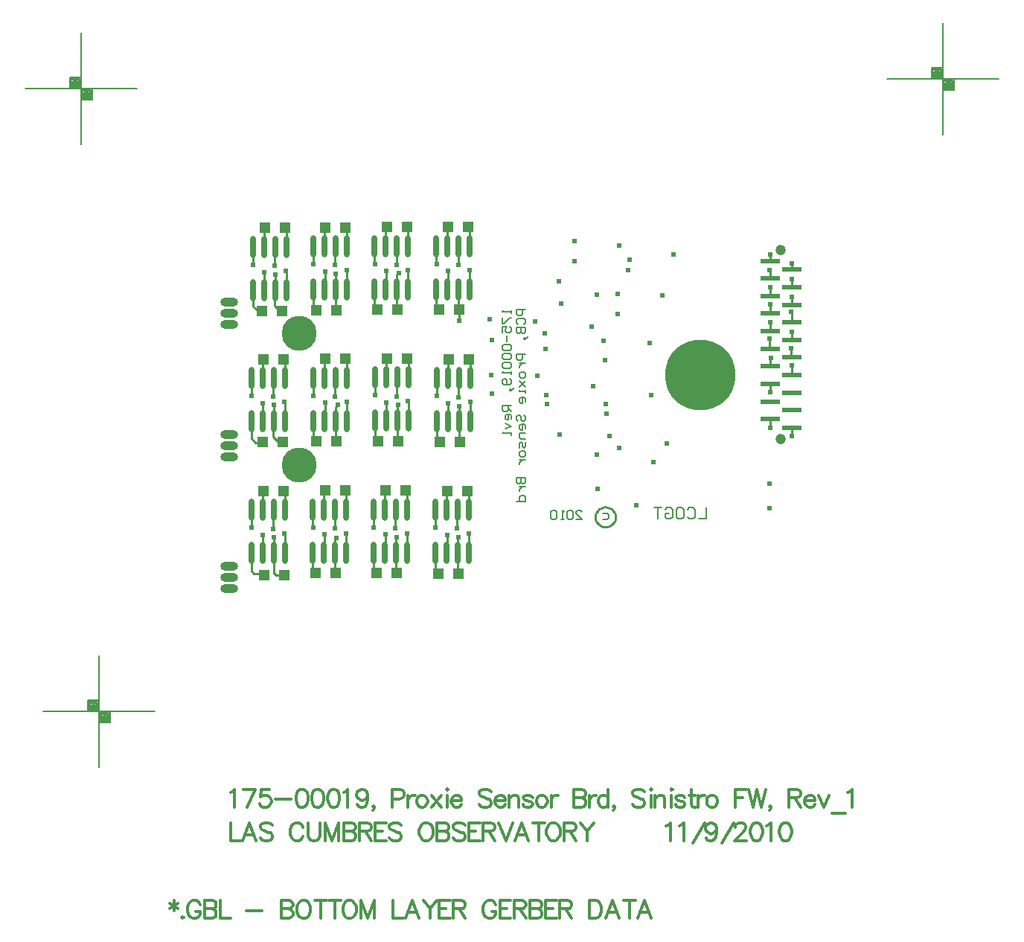
<source format=gbl>
%FSLAX23Y23*%
%MOIN*%
G70*
G01*
G75*
G04 Layer_Physical_Order=5*
G04 Layer_Color=16711680*
%ADD10R,0.135X0.070*%
%ADD11R,0.050X0.050*%
%ADD12R,0.094X0.059*%
%ADD13R,0.037X0.035*%
%ADD14R,0.037X0.035*%
%ADD15R,0.050X0.050*%
%ADD16R,0.048X0.078*%
%ADD17C,0.010*%
%ADD18C,0.012*%
%ADD19C,0.008*%
%ADD20C,0.012*%
%ADD21C,0.012*%
%ADD22C,0.157*%
%ADD23C,0.315*%
%ADD24O,0.079X0.039*%
%ADD25O,0.079X0.039*%
%ADD26C,0.047*%
%ADD27C,0.024*%
%ADD28C,0.040*%
%ADD29C,0.127*%
%ADD30C,0.170*%
G04:AMPARAMS|DCode=31|XSize=87.559mil|YSize=87.559mil|CornerRadius=0mil|HoleSize=0mil|Usage=FLASHONLY|Rotation=0.000|XOffset=0mil|YOffset=0mil|HoleType=Round|Shape=Relief|Width=10mil|Gap=10mil|Entries=4|*
%AMTHD31*
7,0,0,0.088,0.068,0.010,45*
%
%ADD31THD31*%
%ADD32C,0.068*%
%ADD33C,0.087*%
%ADD34C,0.050*%
G04:AMPARAMS|DCode=35|XSize=70mil|YSize=70mil|CornerRadius=0mil|HoleSize=0mil|Usage=FLASHONLY|Rotation=0.000|XOffset=0mil|YOffset=0mil|HoleType=Round|Shape=Relief|Width=10mil|Gap=10mil|Entries=4|*
%AMTHD35*
7,0,0,0.070,0.050,0.010,45*
%
%ADD35THD35*%
%ADD36O,0.028X0.098*%
%ADD37R,0.085X0.022*%
%ADD38C,0.006*%
D11*
X15986Y12748D02*
D03*
X15896D02*
D03*
X15937Y13118D02*
D03*
X16027D02*
D03*
X15191Y12743D02*
D03*
X15101D02*
D03*
X15115Y13114D02*
D03*
X15205D02*
D03*
X15435Y12747D02*
D03*
X15345D02*
D03*
X15386Y13117D02*
D03*
X15476D02*
D03*
X15710Y12748D02*
D03*
X15620D02*
D03*
X15661Y13118D02*
D03*
X15751D02*
D03*
X15196Y12155D02*
D03*
X15106D02*
D03*
X15108Y12527D02*
D03*
X15198D02*
D03*
X15435Y12158D02*
D03*
X15345D02*
D03*
X15386Y12528D02*
D03*
X15476D02*
D03*
X15711Y12159D02*
D03*
X15621D02*
D03*
X15662Y12529D02*
D03*
X15752D02*
D03*
X15988Y12156D02*
D03*
X15898D02*
D03*
X15939Y12526D02*
D03*
X16029D02*
D03*
X15201Y11558D02*
D03*
X15111D02*
D03*
X15108Y11936D02*
D03*
X15198D02*
D03*
X15433Y11568D02*
D03*
X15343D02*
D03*
X15384Y11938D02*
D03*
X15474D02*
D03*
X15705Y11568D02*
D03*
X15615D02*
D03*
X15656Y11938D02*
D03*
X15746D02*
D03*
X15982Y11567D02*
D03*
X15892D02*
D03*
X15933Y11937D02*
D03*
X16023D02*
D03*
D17*
X16685Y11819D02*
X16684Y11829D01*
X16681Y11838D01*
X16675Y11847D01*
X16668Y11854D01*
X16660Y11859D01*
X16650Y11862D01*
X16640Y11864D01*
X16630Y11862D01*
X16621Y11859D01*
X16612Y11854D01*
X16605Y11847D01*
X16600Y11838D01*
X16596Y11829D01*
X16595Y11819D01*
X16596Y11809D01*
X16600Y11799D01*
X16605Y11791D01*
X16612Y11784D01*
X16621Y11778D01*
X16630Y11775D01*
X16640Y11774D01*
X16650Y11775D01*
X16660Y11778D01*
X16668Y11784D01*
X16675Y11791D01*
X16681Y11799D01*
X16684Y11809D01*
X16685Y11819D01*
X15707Y12904D02*
X15714Y12911D01*
X15707Y12840D02*
Y12904D01*
Y12751D02*
Y12840D01*
Y12751D02*
X15710Y12748D01*
X17378Y12382D02*
Y12416D01*
Y12382D02*
X17380Y12380D01*
X17474Y12455D02*
Y12499D01*
X17473Y12500D02*
X17474Y12499D01*
X17378Y12495D02*
Y12529D01*
X17381Y12532D01*
X17472Y12536D02*
X17474Y12534D01*
X17472Y12536D02*
Y12574D01*
X17377Y12574D02*
X17378Y12573D01*
X17377Y12574D02*
Y12619D01*
X17474Y12613D02*
X17477Y12615D01*
Y12650D01*
X17378Y12652D02*
X17378Y12652D01*
Y12691D01*
X17474Y12691D02*
Y12737D01*
X17473Y12738D02*
X17474Y12737D01*
X17378Y12772D02*
X17378Y12772D01*
X17378Y12731D02*
Y12772D01*
X17474Y12805D02*
X17474Y12805D01*
Y12770D02*
Y12805D01*
X15979Y11728D02*
X15981Y11730D01*
X15979Y11659D02*
Y11728D01*
X15702Y11727D02*
X15704Y11729D01*
X15702Y11660D02*
Y11727D01*
X15430Y11721D02*
X15434Y11725D01*
X15430Y11660D02*
Y11721D01*
X15154Y11729D02*
X15154Y11729D01*
Y11658D02*
Y11729D01*
X15985Y12314D02*
X15986Y12315D01*
X15985Y12248D02*
Y12314D01*
X15708Y12320D02*
X15711Y12323D01*
X15708Y12251D02*
Y12320D01*
X15432Y12312D02*
X15443Y12323D01*
X15432Y12250D02*
Y12312D01*
X15154Y12249D02*
X15155Y12250D01*
X15153Y12248D02*
X15154Y12249D01*
X15155Y12250D02*
Y12321D01*
X17378Y12846D02*
X17380Y12848D01*
X17378Y12810D02*
Y12846D01*
X17474Y12883D02*
X17475Y12884D01*
X17474Y12849D02*
Y12883D01*
X15984Y12750D02*
X15986Y12748D01*
X15984Y12698D02*
Y12750D01*
X15983Y12751D02*
X15984Y12750D01*
X17378Y12888D02*
Y12923D01*
X17377Y12924D02*
X17378Y12923D01*
X15432Y12909D02*
X15433Y12910D01*
X15432Y12839D02*
Y12909D01*
X15161Y12836D02*
X15162Y12837D01*
Y12907D01*
X17474Y12956D02*
X17474Y12956D01*
Y12928D02*
Y12956D01*
X17378Y12997D02*
X17378Y12997D01*
X17378Y12967D02*
Y12997D01*
X17375Y12215D02*
X17378Y12218D01*
Y12258D01*
X17474Y12182D02*
X17478Y12178D01*
X17474Y12182D02*
Y12219D01*
X15883Y12954D02*
X15884Y12953D01*
X15883Y12954D02*
Y13033D01*
X16033Y12840D02*
Y12926D01*
X16032Y12927D02*
X16033Y12926D01*
X15981Y13031D02*
X15983Y13033D01*
X15981Y12949D02*
Y13031D01*
X15933Y12840D02*
X15935Y12842D01*
Y12921D01*
X15883Y12761D02*
X15896Y12748D01*
X15883Y12761D02*
Y12840D01*
X15983Y12751D02*
Y12840D01*
X16027Y13118D02*
X16033Y13112D01*
Y13033D02*
Y13112D01*
X15933Y13114D02*
X15937Y13118D01*
X15933Y13033D02*
Y13114D01*
X15113Y12838D02*
Y12917D01*
X15211Y12836D02*
Y12922D01*
X15210Y12923D02*
X15211Y12922D01*
X15159Y12945D02*
Y13027D01*
X15111Y13029D02*
Y13110D01*
X15115Y13114D01*
X15211Y13029D02*
Y13108D01*
X15205Y13114D02*
X15211Y13108D01*
X15111Y12836D02*
X15113Y12838D01*
X15159Y13027D02*
X15161Y13029D01*
X15061Y12950D02*
X15062Y12949D01*
X15061Y12950D02*
Y13029D01*
X15384Y12841D02*
Y12920D01*
X15432Y12750D02*
Y12839D01*
Y12750D02*
X15435Y12747D01*
X15332Y12760D02*
X15345Y12747D01*
X15332Y12760D02*
Y12839D01*
X15482D02*
Y12925D01*
X15481Y12926D02*
X15482Y12925D01*
X15430Y12948D02*
Y13030D01*
X15382Y13032D02*
Y13113D01*
X15386Y13117D01*
X15482Y13032D02*
Y13111D01*
X15476Y13117D02*
X15482Y13111D01*
X15382Y12839D02*
X15384Y12841D01*
X15430Y13030D02*
X15432Y13032D01*
X15332Y12953D02*
X15333Y12952D01*
X15332Y12953D02*
Y13032D01*
X15659Y12842D02*
Y12921D01*
X15607Y12761D02*
X15620Y12748D01*
X15607Y12761D02*
Y12840D01*
X15757D02*
Y12926D01*
X15756Y12927D02*
X15757Y12926D01*
X15705Y12949D02*
Y13031D01*
X15657Y13033D02*
Y13114D01*
X15661Y13118D01*
X15757Y13033D02*
Y13112D01*
X15751Y13118D02*
X15757Y13112D01*
X15657Y12840D02*
X15659Y12842D01*
X15705Y13031D02*
X15707Y13033D01*
X15607Y12954D02*
X15608Y12953D01*
X15607Y12954D02*
Y13033D01*
X15106Y12251D02*
Y12330D01*
X15204Y12249D02*
Y12335D01*
X15203Y12336D02*
X15204Y12335D01*
X15152Y12358D02*
Y12440D01*
X15104Y12442D02*
Y12523D01*
X15108Y12527D01*
X15204Y12442D02*
Y12521D01*
X15198Y12527D02*
X15204Y12521D01*
X15104Y12249D02*
X15106Y12251D01*
X15152Y12440D02*
X15154Y12442D01*
X15054Y12363D02*
X15055Y12362D01*
X15054Y12363D02*
Y12442D01*
X15384Y12252D02*
Y12331D01*
X15432Y12161D02*
Y12250D01*
Y12161D02*
X15435Y12158D01*
X15332Y12171D02*
X15345Y12158D01*
X15332Y12171D02*
Y12250D01*
X15482D02*
Y12336D01*
X15481Y12337D02*
X15482Y12336D01*
X15430Y12359D02*
Y12441D01*
X15382Y12443D02*
Y12524D01*
X15386Y12528D01*
X15482Y12443D02*
Y12522D01*
X15476Y12528D02*
X15482Y12522D01*
X15382Y12250D02*
X15384Y12252D01*
X15430Y12441D02*
X15432Y12443D01*
X15332Y12364D02*
X15333Y12363D01*
X15332Y12364D02*
Y12443D01*
X15660Y12253D02*
Y12332D01*
X15708Y12162D02*
Y12251D01*
Y12162D02*
X15711Y12159D01*
X15608Y12172D02*
X15621Y12159D01*
X15608Y12172D02*
Y12251D01*
X15758D02*
Y12337D01*
X15757Y12338D02*
X15758Y12337D01*
X15706Y12360D02*
Y12442D01*
X15658Y12444D02*
Y12525D01*
X15662Y12529D01*
X15758Y12444D02*
Y12523D01*
X15752Y12529D02*
X15758Y12523D01*
X15658Y12251D02*
X15660Y12253D01*
X15706Y12442D02*
X15708Y12444D01*
X15608Y12365D02*
X15609Y12364D01*
X15608Y12365D02*
Y12444D01*
X15937Y12250D02*
Y12329D01*
X15985Y12159D02*
Y12248D01*
Y12159D02*
X15988Y12156D01*
X15885Y12169D02*
X15898Y12156D01*
X15885Y12169D02*
Y12248D01*
X16035D02*
Y12334D01*
X16034Y12335D02*
X16035Y12334D01*
X15983Y12357D02*
Y12439D01*
X15935Y12441D02*
Y12522D01*
X15939Y12526D01*
X16035Y12441D02*
Y12520D01*
X16029Y12526D02*
X16035Y12520D01*
X15935Y12248D02*
X15937Y12250D01*
X15983Y12439D02*
X15985Y12441D01*
X15885Y12362D02*
X15886Y12361D01*
X15885Y12362D02*
Y12441D01*
X15106Y11660D02*
Y11739D01*
X15154Y11569D02*
Y11658D01*
Y11569D02*
X15157Y11566D01*
X15054Y11579D02*
X15067Y11566D01*
X15054Y11579D02*
Y11658D01*
X15204D02*
Y11744D01*
X15203Y11745D02*
X15204Y11744D01*
X15152Y11767D02*
Y11849D01*
X15104Y11851D02*
Y11932D01*
X15108Y11936D01*
X15204Y11851D02*
Y11930D01*
X15198Y11936D02*
X15204Y11930D01*
X15104Y11658D02*
X15106Y11660D01*
X15152Y11849D02*
X15154Y11851D01*
X15054Y11772D02*
X15055Y11771D01*
X15054Y11772D02*
Y11851D01*
X15382Y11662D02*
Y11741D01*
X15430Y11570D02*
Y11660D01*
Y11570D02*
X15433Y11568D01*
X15330Y11580D02*
X15343Y11568D01*
X15330Y11580D02*
Y11660D01*
X15480D02*
Y11745D01*
X15479Y11747D02*
X15480Y11745D01*
X15428Y11769D02*
Y11851D01*
X15380Y11853D02*
Y11934D01*
X15384Y11938D01*
X15480Y11853D02*
Y11931D01*
X15474Y11938D02*
X15480Y11931D01*
X15380Y11660D02*
X15382Y11662D01*
X15428Y11851D02*
X15430Y11853D01*
X15330Y11773D02*
X15331Y11773D01*
X15330Y11773D02*
Y11853D01*
X15654Y11662D02*
Y11741D01*
X15702Y11571D02*
Y11660D01*
Y11571D02*
X15705Y11568D01*
X15602Y11581D02*
X15615Y11568D01*
X15602Y11581D02*
Y11660D01*
X15752D02*
Y11746D01*
X15751Y11747D02*
X15752Y11746D01*
X15700Y11769D02*
Y11851D01*
X15652Y11853D02*
Y11934D01*
X15656Y11938D01*
X15752Y11853D02*
Y11932D01*
X15746Y11938D02*
X15752Y11932D01*
X15652Y11660D02*
X15654Y11662D01*
X15700Y11851D02*
X15702Y11853D01*
X15602Y11774D02*
X15603Y11773D01*
X15602Y11774D02*
Y11853D01*
X15931Y11661D02*
Y11740D01*
X15979Y11570D02*
Y11659D01*
Y11570D02*
X15982Y11567D01*
X15879Y11580D02*
X15892Y11567D01*
X15879Y11580D02*
Y11659D01*
X16029D02*
Y11745D01*
X16028Y11746D02*
X16029Y11745D01*
X15977Y11768D02*
Y11850D01*
X15929Y11852D02*
Y11933D01*
X15933Y11937D01*
X16029Y11852D02*
Y11931D01*
X16023Y11937D02*
X16029Y11931D01*
X15929Y11659D02*
X15931Y11661D01*
X15977Y11850D02*
X15979Y11852D01*
X15879Y11773D02*
X15880Y11772D01*
X15879Y11773D02*
Y11852D01*
X15067Y11566D02*
X15103D01*
X15111Y11558D01*
X15165D02*
X15201D01*
X15154Y11569D02*
X15165Y11558D01*
X15180Y12153D02*
X15196D01*
X15153Y12180D02*
X15180Y12153D01*
X15153Y12180D02*
Y12248D01*
X15072Y12153D02*
X15106D01*
X15054Y12171D02*
Y12249D01*
Y12171D02*
X15072Y12153D01*
X15183Y12743D02*
X15191D01*
X15160Y12766D02*
X15183Y12743D01*
X15160Y12766D02*
Y12835D01*
X15161Y12836D01*
X15083Y12743D02*
X15101D01*
X15061Y12765D02*
X15083Y12743D01*
X15061Y12765D02*
Y12836D01*
X15061Y12836D01*
D18*
X14708Y10102D02*
Y10056D01*
X14689Y10090D02*
X14727Y10067D01*
Y10090D02*
X14689Y10067D01*
X14747Y10029D02*
X14743Y10026D01*
X14747Y10022D01*
X14751Y10026D01*
X14747Y10029D01*
X14826Y10083D02*
X14822Y10090D01*
X14814Y10098D01*
X14807Y10102D01*
X14791D01*
X14784Y10098D01*
X14776Y10090D01*
X14772Y10083D01*
X14769Y10071D01*
Y10052D01*
X14772Y10041D01*
X14776Y10033D01*
X14784Y10026D01*
X14791Y10022D01*
X14807D01*
X14814Y10026D01*
X14822Y10033D01*
X14826Y10041D01*
Y10052D01*
X14807D02*
X14826D01*
X14844Y10102D02*
Y10022D01*
Y10102D02*
X14878D01*
X14890Y10098D01*
X14894Y10094D01*
X14897Y10086D01*
Y10079D01*
X14894Y10071D01*
X14890Y10067D01*
X14878Y10064D01*
X14844D02*
X14878D01*
X14890Y10060D01*
X14894Y10056D01*
X14897Y10048D01*
Y10037D01*
X14894Y10029D01*
X14890Y10026D01*
X14878Y10022D01*
X14844D01*
X14915Y10102D02*
Y10022D01*
X14961D01*
X15033Y10056D02*
X15101D01*
X15188Y10102D02*
Y10022D01*
Y10102D02*
X15222D01*
X15233Y10098D01*
X15237Y10094D01*
X15241Y10086D01*
Y10079D01*
X15237Y10071D01*
X15233Y10067D01*
X15222Y10064D01*
X15188D02*
X15222D01*
X15233Y10060D01*
X15237Y10056D01*
X15241Y10048D01*
Y10037D01*
X15237Y10029D01*
X15233Y10026D01*
X15222Y10022D01*
X15188D01*
X15282Y10102D02*
X15274Y10098D01*
X15266Y10090D01*
X15263Y10083D01*
X15259Y10071D01*
Y10052D01*
X15263Y10041D01*
X15266Y10033D01*
X15274Y10026D01*
X15282Y10022D01*
X15297D01*
X15304Y10026D01*
X15312Y10033D01*
X15316Y10041D01*
X15320Y10052D01*
Y10071D01*
X15316Y10083D01*
X15312Y10090D01*
X15304Y10098D01*
X15297Y10102D01*
X15282D01*
X15365D02*
Y10022D01*
X15338Y10102D02*
X15392D01*
X15428D02*
Y10022D01*
X15401Y10102D02*
X15455D01*
X15487D02*
X15479Y10098D01*
X15472Y10090D01*
X15468Y10083D01*
X15464Y10071D01*
Y10052D01*
X15468Y10041D01*
X15472Y10033D01*
X15479Y10026D01*
X15487Y10022D01*
X15502D01*
X15510Y10026D01*
X15517Y10033D01*
X15521Y10041D01*
X15525Y10052D01*
Y10071D01*
X15521Y10083D01*
X15517Y10090D01*
X15510Y10098D01*
X15502Y10102D01*
X15487D01*
X15544D02*
Y10022D01*
Y10102D02*
X15574Y10022D01*
X15605Y10102D02*
X15574Y10022D01*
X15605Y10102D02*
Y10022D01*
X15690Y10102D02*
Y10022D01*
X15736D01*
X15806D02*
X15775Y10102D01*
X15745Y10022D01*
X15756Y10048D02*
X15794D01*
X15824Y10102D02*
X15855Y10064D01*
Y10022D01*
X15885Y10102D02*
X15855Y10064D01*
X15945Y10102D02*
X15896D01*
Y10022D01*
X15945D01*
X15896Y10064D02*
X15926D01*
X15958Y10102D02*
Y10022D01*
Y10102D02*
X15993D01*
X16004Y10098D01*
X16008Y10094D01*
X16012Y10086D01*
Y10079D01*
X16008Y10071D01*
X16004Y10067D01*
X15993Y10064D01*
X15958D01*
X15985D02*
X16012Y10022D01*
X16150Y10083D02*
X16146Y10090D01*
X16138Y10098D01*
X16131Y10102D01*
X16115D01*
X16108Y10098D01*
X16100Y10090D01*
X16096Y10083D01*
X16093Y10071D01*
Y10052D01*
X16096Y10041D01*
X16100Y10033D01*
X16108Y10026D01*
X16115Y10022D01*
X16131D01*
X16138Y10026D01*
X16146Y10033D01*
X16150Y10041D01*
Y10052D01*
X16131D02*
X16150D01*
X16217Y10102D02*
X16168D01*
Y10022D01*
X16217D01*
X16168Y10064D02*
X16198D01*
X16231Y10102D02*
Y10022D01*
Y10102D02*
X16265D01*
X16276Y10098D01*
X16280Y10094D01*
X16284Y10086D01*
Y10079D01*
X16280Y10071D01*
X16276Y10067D01*
X16265Y10064D01*
X16231D01*
X16257D02*
X16284Y10022D01*
X16302Y10102D02*
Y10022D01*
Y10102D02*
X16336D01*
X16348Y10098D01*
X16351Y10094D01*
X16355Y10086D01*
Y10079D01*
X16351Y10071D01*
X16348Y10067D01*
X16336Y10064D01*
X16302D02*
X16336D01*
X16348Y10060D01*
X16351Y10056D01*
X16355Y10048D01*
Y10037D01*
X16351Y10029D01*
X16348Y10026D01*
X16336Y10022D01*
X16302D01*
X16423Y10102D02*
X16373D01*
Y10022D01*
X16423D01*
X16373Y10064D02*
X16404D01*
X16436Y10102D02*
Y10022D01*
Y10102D02*
X16470D01*
X16482Y10098D01*
X16486Y10094D01*
X16489Y10086D01*
Y10079D01*
X16486Y10071D01*
X16482Y10067D01*
X16470Y10064D01*
X16436D01*
X16463D02*
X16489Y10022D01*
X16570Y10102D02*
Y10022D01*
Y10102D02*
X16597D01*
X16608Y10098D01*
X16616Y10090D01*
X16620Y10083D01*
X16623Y10071D01*
Y10052D01*
X16620Y10041D01*
X16616Y10033D01*
X16608Y10026D01*
X16597Y10022D01*
X16570D01*
X16702D02*
X16672Y10102D01*
X16641Y10022D01*
X16653Y10048D02*
X16691D01*
X16748Y10102D02*
Y10022D01*
X16721Y10102D02*
X16774D01*
X16845Y10022D02*
X16814Y10102D01*
X16784Y10022D01*
X16795Y10048D02*
X16833D01*
D19*
X17091Y11862D02*
Y11812D01*
X17058D01*
X17008Y11853D02*
X17016Y11862D01*
X17033D01*
X17041Y11853D01*
Y11820D01*
X17033Y11812D01*
X17016D01*
X17008Y11820D01*
X16966Y11862D02*
X16983D01*
X16991Y11853D01*
Y11820D01*
X16983Y11812D01*
X16966D01*
X16958Y11820D01*
Y11853D01*
X16966Y11862D01*
X16908Y11853D02*
X16916Y11862D01*
X16933D01*
X16941Y11853D01*
Y11820D01*
X16933Y11812D01*
X16916D01*
X16908Y11820D01*
Y11837D01*
X16925D01*
X16891Y11862D02*
X16858D01*
X16875D01*
Y11812D01*
X14123Y10950D02*
X14623D01*
X14373Y10700D02*
Y11200D01*
X14323Y10950D02*
Y11000D01*
X14373D01*
X14423Y10900D02*
Y10950D01*
X14373Y10900D02*
X14423D01*
X14378Y10945D02*
X14418D01*
Y10905D02*
Y10945D01*
X14378Y10905D02*
X14418D01*
X14378D02*
Y10945D01*
X14383Y10940D02*
X14413D01*
Y10910D02*
Y10940D01*
X14383Y10910D02*
X14413D01*
X14383D02*
Y10935D01*
X14388D02*
X14408D01*
Y10915D02*
Y10935D01*
X14388Y10915D02*
X14408D01*
X14388D02*
Y10930D01*
X14393D02*
X14403D01*
Y10920D02*
Y10930D01*
X14393Y10920D02*
X14403D01*
X14393D02*
Y10930D01*
Y10925D02*
X14403D01*
X14328Y10995D02*
X14368D01*
Y10955D02*
Y10995D01*
X14328Y10955D02*
X14368D01*
X14328D02*
Y10995D01*
X14333Y10990D02*
X14363D01*
Y10960D02*
Y10990D01*
X14333Y10960D02*
X14363D01*
X14333D02*
Y10985D01*
X14338D02*
X14358D01*
Y10965D02*
Y10985D01*
X14338Y10965D02*
X14358D01*
X14338D02*
Y10980D01*
X14343D02*
X14353D01*
Y10970D02*
Y10980D01*
X14343Y10970D02*
X14353D01*
X14343D02*
Y10980D01*
Y10975D02*
X14353D01*
X17902Y13781D02*
X18402D01*
X18152Y13531D02*
Y14031D01*
X18102Y13781D02*
Y13831D01*
X18152D01*
X18202Y13731D02*
Y13781D01*
X18152Y13731D02*
X18202D01*
X18157Y13776D02*
X18197D01*
Y13736D02*
Y13776D01*
X18157Y13736D02*
X18197D01*
X18157D02*
Y13776D01*
X18162Y13771D02*
X18192D01*
Y13741D02*
Y13771D01*
X18162Y13741D02*
X18192D01*
X18162D02*
Y13766D01*
X18167D02*
X18187D01*
Y13746D02*
Y13766D01*
X18167Y13746D02*
X18187D01*
X18167D02*
Y13761D01*
X18172D02*
X18182D01*
Y13751D02*
Y13761D01*
X18172Y13751D02*
X18182D01*
X18172D02*
Y13761D01*
Y13756D02*
X18182D01*
X18107Y13826D02*
X18147D01*
Y13786D02*
Y13826D01*
X18107Y13786D02*
X18147D01*
X18107D02*
Y13826D01*
X18112Y13821D02*
X18142D01*
Y13791D02*
Y13821D01*
X18112Y13791D02*
X18142D01*
X18112D02*
Y13816D01*
X18117D02*
X18137D01*
Y13796D02*
Y13816D01*
X18117Y13796D02*
X18137D01*
X18117D02*
Y13811D01*
X18122D02*
X18132D01*
Y13801D02*
Y13811D01*
X18122Y13801D02*
X18132D01*
X18122D02*
Y13811D01*
Y13806D02*
X18132D01*
X14042Y13738D02*
X14542D01*
X14292Y13488D02*
Y13988D01*
X14242Y13738D02*
Y13788D01*
X14292D01*
X14342Y13688D02*
Y13738D01*
X14292Y13688D02*
X14342D01*
X14297Y13733D02*
X14337D01*
Y13693D02*
Y13733D01*
X14297Y13693D02*
X14337D01*
X14297D02*
Y13733D01*
X14302Y13728D02*
X14332D01*
Y13698D02*
Y13728D01*
X14302Y13698D02*
X14332D01*
X14302D02*
Y13723D01*
X14307D02*
X14327D01*
Y13703D02*
Y13723D01*
X14307Y13703D02*
X14327D01*
X14307D02*
Y13718D01*
X14312D02*
X14322D01*
Y13708D02*
Y13718D01*
X14312Y13708D02*
X14322D01*
X14312D02*
Y13718D01*
Y13713D02*
X14322D01*
X14247Y13783D02*
X14287D01*
Y13743D02*
Y13783D01*
X14247Y13743D02*
X14287D01*
X14247D02*
Y13783D01*
X14252Y13778D02*
X14282D01*
Y13748D02*
Y13778D01*
X14252Y13748D02*
X14282D01*
X14252D02*
Y13773D01*
X14257D02*
X14277D01*
Y13753D02*
Y13773D01*
X14257Y13753D02*
X14277D01*
X14257D02*
Y13768D01*
X14262D02*
X14272D01*
Y13758D02*
Y13768D01*
X14262Y13758D02*
X14272D01*
X14262D02*
Y13768D01*
Y13763D02*
X14272D01*
D20*
X14961Y10449D02*
Y10369D01*
X15007D01*
X15076D02*
X15046Y10449D01*
X15015Y10369D01*
X15027Y10396D02*
X15065D01*
X15148Y10438D02*
X15141Y10445D01*
X15129Y10449D01*
X15114D01*
X15103Y10445D01*
X15095Y10438D01*
Y10430D01*
X15099Y10423D01*
X15103Y10419D01*
X15110Y10415D01*
X15133Y10407D01*
X15141Y10404D01*
X15145Y10400D01*
X15148Y10392D01*
Y10381D01*
X15141Y10373D01*
X15129Y10369D01*
X15114D01*
X15103Y10373D01*
X15095Y10381D01*
X15286Y10430D02*
X15282Y10438D01*
X15275Y10445D01*
X15267Y10449D01*
X15252D01*
X15244Y10445D01*
X15237Y10438D01*
X15233Y10430D01*
X15229Y10419D01*
Y10400D01*
X15233Y10388D01*
X15237Y10381D01*
X15244Y10373D01*
X15252Y10369D01*
X15267D01*
X15275Y10373D01*
X15282Y10381D01*
X15286Y10388D01*
X15309Y10449D02*
Y10392D01*
X15313Y10381D01*
X15320Y10373D01*
X15332Y10369D01*
X15339D01*
X15351Y10373D01*
X15358Y10381D01*
X15362Y10392D01*
Y10449D01*
X15384D02*
Y10369D01*
Y10449D02*
X15415Y10369D01*
X15445Y10449D02*
X15415Y10369D01*
X15445Y10449D02*
Y10369D01*
X15468Y10449D02*
Y10369D01*
Y10449D02*
X15502D01*
X15514Y10445D01*
X15517Y10442D01*
X15521Y10434D01*
Y10426D01*
X15517Y10419D01*
X15514Y10415D01*
X15502Y10411D01*
X15468D02*
X15502D01*
X15514Y10407D01*
X15517Y10404D01*
X15521Y10396D01*
Y10385D01*
X15517Y10377D01*
X15514Y10373D01*
X15502Y10369D01*
X15468D01*
X15539Y10449D02*
Y10369D01*
Y10449D02*
X15573D01*
X15585Y10445D01*
X15589Y10442D01*
X15593Y10434D01*
Y10426D01*
X15589Y10419D01*
X15585Y10415D01*
X15573Y10411D01*
X15539D01*
X15566D02*
X15593Y10369D01*
X15660Y10449D02*
X15610D01*
Y10369D01*
X15660D01*
X15610Y10411D02*
X15641D01*
X15727Y10438D02*
X15719Y10445D01*
X15708Y10449D01*
X15692D01*
X15681Y10445D01*
X15673Y10438D01*
Y10430D01*
X15677Y10423D01*
X15681Y10419D01*
X15688Y10415D01*
X15711Y10407D01*
X15719Y10404D01*
X15723Y10400D01*
X15727Y10392D01*
Y10381D01*
X15719Y10373D01*
X15708Y10369D01*
X15692D01*
X15681Y10373D01*
X15673Y10381D01*
X15830Y10449D02*
X15823Y10445D01*
X15815Y10438D01*
X15811Y10430D01*
X15807Y10419D01*
Y10400D01*
X15811Y10388D01*
X15815Y10381D01*
X15823Y10373D01*
X15830Y10369D01*
X15845D01*
X15853Y10373D01*
X15861Y10381D01*
X15864Y10388D01*
X15868Y10400D01*
Y10419D01*
X15864Y10430D01*
X15861Y10438D01*
X15853Y10445D01*
X15845Y10449D01*
X15830D01*
X15887D02*
Y10369D01*
Y10449D02*
X15921D01*
X15933Y10445D01*
X15936Y10442D01*
X15940Y10434D01*
Y10426D01*
X15936Y10419D01*
X15933Y10415D01*
X15921Y10411D01*
X15887D02*
X15921D01*
X15933Y10407D01*
X15936Y10404D01*
X15940Y10396D01*
Y10385D01*
X15936Y10377D01*
X15933Y10373D01*
X15921Y10369D01*
X15887D01*
X16011Y10438D02*
X16004Y10445D01*
X15992Y10449D01*
X15977D01*
X15966Y10445D01*
X15958Y10438D01*
Y10430D01*
X15962Y10423D01*
X15966Y10419D01*
X15973Y10415D01*
X15996Y10407D01*
X16004Y10404D01*
X16008Y10400D01*
X16011Y10392D01*
Y10381D01*
X16004Y10373D01*
X15992Y10369D01*
X15977D01*
X15966Y10373D01*
X15958Y10381D01*
X16079Y10449D02*
X16029D01*
Y10369D01*
X16079D01*
X16029Y10411D02*
X16060D01*
X16092Y10449D02*
Y10369D01*
Y10449D02*
X16126D01*
X16138Y10445D01*
X16142Y10442D01*
X16146Y10434D01*
Y10426D01*
X16142Y10419D01*
X16138Y10415D01*
X16126Y10411D01*
X16092D01*
X16119D02*
X16146Y10369D01*
X16163Y10449D02*
X16194Y10369D01*
X16224Y10449D02*
X16194Y10369D01*
X16296D02*
X16265Y10449D01*
X16235Y10369D01*
X16246Y10396D02*
X16284D01*
X16341Y10449D02*
Y10369D01*
X16314Y10449D02*
X16368D01*
X16400D02*
X16392Y10445D01*
X16385Y10438D01*
X16381Y10430D01*
X16377Y10419D01*
Y10400D01*
X16381Y10388D01*
X16385Y10381D01*
X16392Y10373D01*
X16400Y10369D01*
X16415D01*
X16423Y10373D01*
X16430Y10381D01*
X16434Y10388D01*
X16438Y10400D01*
Y10419D01*
X16434Y10430D01*
X16430Y10438D01*
X16423Y10445D01*
X16415Y10449D01*
X16400D01*
X16457D02*
Y10369D01*
Y10449D02*
X16491D01*
X16502Y10445D01*
X16506Y10442D01*
X16510Y10434D01*
Y10426D01*
X16506Y10419D01*
X16502Y10415D01*
X16491Y10411D01*
X16457D01*
X16483D02*
X16510Y10369D01*
X16528Y10449D02*
X16558Y10411D01*
Y10369D01*
X16589Y10449D02*
X16558Y10411D01*
X16913Y10434D02*
X16921Y10438D01*
X16932Y10449D01*
Y10369D01*
X16972Y10434D02*
X16980Y10438D01*
X16991Y10449D01*
Y10369D01*
X17031Y10358D02*
X17084Y10449D01*
X17139Y10423D02*
X17135Y10411D01*
X17127Y10404D01*
X17116Y10400D01*
X17112D01*
X17101Y10404D01*
X17093Y10411D01*
X17089Y10423D01*
Y10426D01*
X17093Y10438D01*
X17101Y10445D01*
X17112Y10449D01*
X17116D01*
X17127Y10445D01*
X17135Y10438D01*
X17139Y10423D01*
Y10404D01*
X17135Y10385D01*
X17127Y10373D01*
X17116Y10369D01*
X17108D01*
X17097Y10373D01*
X17093Y10381D01*
X17161Y10358D02*
X17214Y10449D01*
X17223Y10430D02*
Y10434D01*
X17227Y10442D01*
X17231Y10445D01*
X17238Y10449D01*
X17253D01*
X17261Y10445D01*
X17265Y10442D01*
X17269Y10434D01*
Y10426D01*
X17265Y10419D01*
X17257Y10407D01*
X17219Y10369D01*
X17273D01*
X17313Y10449D02*
X17302Y10445D01*
X17294Y10434D01*
X17290Y10415D01*
Y10404D01*
X17294Y10385D01*
X17302Y10373D01*
X17313Y10369D01*
X17321D01*
X17332Y10373D01*
X17340Y10385D01*
X17344Y10404D01*
Y10415D01*
X17340Y10434D01*
X17332Y10445D01*
X17321Y10449D01*
X17313D01*
X17362Y10434D02*
X17369Y10438D01*
X17381Y10449D01*
Y10369D01*
X17443Y10449D02*
X17432Y10445D01*
X17424Y10434D01*
X17420Y10415D01*
Y10404D01*
X17424Y10385D01*
X17432Y10373D01*
X17443Y10369D01*
X17451D01*
X17462Y10373D01*
X17470Y10385D01*
X17474Y10404D01*
Y10415D01*
X17470Y10434D01*
X17462Y10445D01*
X17451Y10449D01*
X17443D01*
D21*
X14961Y10584D02*
X14969Y10588D01*
X14980Y10599D01*
Y10519D01*
X15073Y10599D02*
X15035Y10519D01*
X15020Y10599D02*
X15073D01*
X15137D02*
X15099D01*
X15095Y10565D01*
X15099Y10569D01*
X15110Y10573D01*
X15121D01*
X15133Y10569D01*
X15140Y10561D01*
X15144Y10550D01*
Y10542D01*
X15140Y10531D01*
X15133Y10523D01*
X15121Y10519D01*
X15110D01*
X15099Y10523D01*
X15095Y10527D01*
X15091Y10535D01*
X15162Y10554D02*
X15231D01*
X15277Y10599D02*
X15266Y10595D01*
X15258Y10584D01*
X15254Y10565D01*
Y10554D01*
X15258Y10535D01*
X15266Y10523D01*
X15277Y10519D01*
X15285D01*
X15296Y10523D01*
X15304Y10535D01*
X15308Y10554D01*
Y10565D01*
X15304Y10584D01*
X15296Y10595D01*
X15285Y10599D01*
X15277D01*
X15348D02*
X15337Y10595D01*
X15329Y10584D01*
X15326Y10565D01*
Y10554D01*
X15329Y10535D01*
X15337Y10523D01*
X15348Y10519D01*
X15356D01*
X15367Y10523D01*
X15375Y10535D01*
X15379Y10554D01*
Y10565D01*
X15375Y10584D01*
X15367Y10595D01*
X15356Y10599D01*
X15348D01*
X15420D02*
X15408Y10595D01*
X15401Y10584D01*
X15397Y10565D01*
Y10554D01*
X15401Y10535D01*
X15408Y10523D01*
X15420Y10519D01*
X15427D01*
X15439Y10523D01*
X15446Y10535D01*
X15450Y10554D01*
Y10565D01*
X15446Y10584D01*
X15439Y10595D01*
X15427Y10599D01*
X15420D01*
X15468Y10584D02*
X15476Y10588D01*
X15487Y10599D01*
Y10519D01*
X15576Y10573D02*
X15572Y10561D01*
X15565Y10554D01*
X15553Y10550D01*
X15549D01*
X15538Y10554D01*
X15530Y10561D01*
X15527Y10573D01*
Y10576D01*
X15530Y10588D01*
X15538Y10595D01*
X15549Y10599D01*
X15553D01*
X15565Y10595D01*
X15572Y10588D01*
X15576Y10573D01*
Y10554D01*
X15572Y10535D01*
X15565Y10523D01*
X15553Y10519D01*
X15546D01*
X15534Y10523D01*
X15530Y10531D01*
X15605Y10523D02*
X15602Y10519D01*
X15598Y10523D01*
X15602Y10527D01*
X15605Y10523D01*
Y10515D01*
X15602Y10508D01*
X15598Y10504D01*
X15686Y10557D02*
X15720D01*
X15732Y10561D01*
X15735Y10565D01*
X15739Y10573D01*
Y10584D01*
X15735Y10592D01*
X15732Y10595D01*
X15720Y10599D01*
X15686D01*
Y10519D01*
X15757Y10573D02*
Y10519D01*
Y10550D02*
X15761Y10561D01*
X15768Y10569D01*
X15776Y10573D01*
X15788D01*
X15814D02*
X15806Y10569D01*
X15799Y10561D01*
X15795Y10550D01*
Y10542D01*
X15799Y10531D01*
X15806Y10523D01*
X15814Y10519D01*
X15825D01*
X15833Y10523D01*
X15840Y10531D01*
X15844Y10542D01*
Y10550D01*
X15840Y10561D01*
X15833Y10569D01*
X15825Y10573D01*
X15814D01*
X15862D02*
X15904Y10519D01*
Y10573D02*
X15862Y10519D01*
X15928Y10599D02*
X15932Y10595D01*
X15936Y10599D01*
X15932Y10603D01*
X15928Y10599D01*
X15932Y10573D02*
Y10519D01*
X15950Y10550D02*
X15995D01*
Y10557D01*
X15992Y10565D01*
X15988Y10569D01*
X15980Y10573D01*
X15969D01*
X15961Y10569D01*
X15954Y10561D01*
X15950Y10550D01*
Y10542D01*
X15954Y10531D01*
X15961Y10523D01*
X15969Y10519D01*
X15980D01*
X15988Y10523D01*
X15995Y10531D01*
X16129Y10588D02*
X16121Y10595D01*
X16110Y10599D01*
X16095D01*
X16083Y10595D01*
X16075Y10588D01*
Y10580D01*
X16079Y10573D01*
X16083Y10569D01*
X16091Y10565D01*
X16114Y10557D01*
X16121Y10554D01*
X16125Y10550D01*
X16129Y10542D01*
Y10531D01*
X16121Y10523D01*
X16110Y10519D01*
X16095D01*
X16083Y10523D01*
X16075Y10531D01*
X16147Y10550D02*
X16192D01*
Y10557D01*
X16189Y10565D01*
X16185Y10569D01*
X16177Y10573D01*
X16166D01*
X16158Y10569D01*
X16150Y10561D01*
X16147Y10550D01*
Y10542D01*
X16150Y10531D01*
X16158Y10523D01*
X16166Y10519D01*
X16177D01*
X16185Y10523D01*
X16192Y10531D01*
X16210Y10573D02*
Y10519D01*
Y10557D02*
X16221Y10569D01*
X16229Y10573D01*
X16240D01*
X16248Y10569D01*
X16251Y10557D01*
Y10519D01*
X16314Y10561D02*
X16310Y10569D01*
X16299Y10573D01*
X16288D01*
X16276Y10569D01*
X16272Y10561D01*
X16276Y10554D01*
X16284Y10550D01*
X16303Y10546D01*
X16310Y10542D01*
X16314Y10535D01*
Y10531D01*
X16310Y10523D01*
X16299Y10519D01*
X16288D01*
X16276Y10523D01*
X16272Y10531D01*
X16350Y10573D02*
X16342Y10569D01*
X16335Y10561D01*
X16331Y10550D01*
Y10542D01*
X16335Y10531D01*
X16342Y10523D01*
X16350Y10519D01*
X16361D01*
X16369Y10523D01*
X16377Y10531D01*
X16381Y10542D01*
Y10550D01*
X16377Y10561D01*
X16369Y10569D01*
X16361Y10573D01*
X16350D01*
X16398D02*
Y10519D01*
Y10550D02*
X16402Y10561D01*
X16409Y10569D01*
X16417Y10573D01*
X16429D01*
X16499Y10599D02*
Y10519D01*
Y10599D02*
X16533D01*
X16544Y10595D01*
X16548Y10592D01*
X16552Y10584D01*
Y10576D01*
X16548Y10569D01*
X16544Y10565D01*
X16533Y10561D01*
X16499D02*
X16533D01*
X16544Y10557D01*
X16548Y10554D01*
X16552Y10546D01*
Y10535D01*
X16548Y10527D01*
X16544Y10523D01*
X16533Y10519D01*
X16499D01*
X16570Y10573D02*
Y10519D01*
Y10550D02*
X16574Y10561D01*
X16581Y10569D01*
X16589Y10573D01*
X16600D01*
X16653Y10599D02*
Y10519D01*
Y10561D02*
X16646Y10569D01*
X16638Y10573D01*
X16627D01*
X16619Y10569D01*
X16611Y10561D01*
X16608Y10550D01*
Y10542D01*
X16611Y10531D01*
X16619Y10523D01*
X16627Y10519D01*
X16638D01*
X16646Y10523D01*
X16653Y10531D01*
X16682Y10523D02*
X16678Y10519D01*
X16675Y10523D01*
X16678Y10527D01*
X16682Y10523D01*
Y10515D01*
X16678Y10508D01*
X16675Y10504D01*
X16816Y10588D02*
X16808Y10595D01*
X16797Y10599D01*
X16782D01*
X16770Y10595D01*
X16763Y10588D01*
Y10580D01*
X16766Y10573D01*
X16770Y10569D01*
X16778Y10565D01*
X16801Y10557D01*
X16808Y10554D01*
X16812Y10550D01*
X16816Y10542D01*
Y10531D01*
X16808Y10523D01*
X16797Y10519D01*
X16782D01*
X16770Y10523D01*
X16763Y10531D01*
X16841Y10599D02*
X16845Y10595D01*
X16849Y10599D01*
X16845Y10603D01*
X16841Y10599D01*
X16845Y10573D02*
Y10519D01*
X16863Y10573D02*
Y10519D01*
Y10557D02*
X16875Y10569D01*
X16882Y10573D01*
X16894D01*
X16901Y10569D01*
X16905Y10557D01*
Y10519D01*
X16934Y10599D02*
X16937Y10595D01*
X16941Y10599D01*
X16937Y10603D01*
X16934Y10599D01*
X16937Y10573D02*
Y10519D01*
X16997Y10561D02*
X16993Y10569D01*
X16982Y10573D01*
X16971D01*
X16959Y10569D01*
X16955Y10561D01*
X16959Y10554D01*
X16967Y10550D01*
X16986Y10546D01*
X16993Y10542D01*
X16997Y10535D01*
Y10531D01*
X16993Y10523D01*
X16982Y10519D01*
X16971D01*
X16959Y10523D01*
X16955Y10531D01*
X17025Y10599D02*
Y10535D01*
X17029Y10523D01*
X17037Y10519D01*
X17044D01*
X17014Y10573D02*
X17041D01*
X17056D02*
Y10519D01*
Y10550D02*
X17060Y10561D01*
X17067Y10569D01*
X17075Y10573D01*
X17086D01*
X17113D02*
X17105Y10569D01*
X17097Y10561D01*
X17094Y10550D01*
Y10542D01*
X17097Y10531D01*
X17105Y10523D01*
X17113Y10519D01*
X17124D01*
X17132Y10523D01*
X17139Y10531D01*
X17143Y10542D01*
Y10550D01*
X17139Y10561D01*
X17132Y10569D01*
X17124Y10573D01*
X17113D01*
X17223Y10599D02*
Y10519D01*
Y10599D02*
X17273D01*
X17223Y10561D02*
X17254D01*
X17282Y10599D02*
X17301Y10519D01*
X17320Y10599D02*
X17301Y10519D01*
X17320Y10599D02*
X17339Y10519D01*
X17358Y10599D02*
X17339Y10519D01*
X17382Y10523D02*
X17378Y10519D01*
X17374Y10523D01*
X17378Y10527D01*
X17382Y10523D01*
Y10515D01*
X17378Y10508D01*
X17374Y10504D01*
X17462Y10599D02*
Y10519D01*
Y10599D02*
X17496D01*
X17508Y10595D01*
X17512Y10592D01*
X17516Y10584D01*
Y10576D01*
X17512Y10569D01*
X17508Y10565D01*
X17496Y10561D01*
X17462D01*
X17489D02*
X17516Y10519D01*
X17533Y10550D02*
X17579D01*
Y10557D01*
X17575Y10565D01*
X17572Y10569D01*
X17564Y10573D01*
X17552D01*
X17545Y10569D01*
X17537Y10561D01*
X17533Y10550D01*
Y10542D01*
X17537Y10531D01*
X17545Y10523D01*
X17552Y10519D01*
X17564D01*
X17572Y10523D01*
X17579Y10531D01*
X17596Y10573D02*
X17619Y10519D01*
X17642Y10573D02*
X17619Y10519D01*
X17655Y10493D02*
X17716D01*
X17726Y10584D02*
X17734Y10588D01*
X17745Y10599D01*
Y10519D01*
D22*
X15269Y12051D02*
D03*
Y12641D02*
D03*
D23*
X17066Y12455D02*
D03*
D24*
X14955Y12781D02*
D03*
Y12190D02*
D03*
X14955Y11600D02*
D03*
D25*
X14955Y12731D02*
D03*
Y12681D02*
D03*
Y12140D02*
D03*
Y12090D02*
D03*
X14955Y11550D02*
D03*
Y11500D02*
D03*
D26*
X17426Y13017D02*
D03*
Y12169D02*
D03*
D27*
X16749Y12973D02*
D03*
X16368Y12641D02*
D03*
X16914Y12148D02*
D03*
X16433Y12876D02*
D03*
X15714Y12911D02*
D03*
X16604Y11946D02*
D03*
X16778Y11872D02*
D03*
X17380Y12380D02*
D03*
X17474Y12499D02*
D03*
X17381Y12532D02*
D03*
X17472Y12574D02*
D03*
X17377Y12619D02*
D03*
X16660Y12181D02*
D03*
X17477Y12650D02*
D03*
X16847Y12366D02*
D03*
X17378Y12691D02*
D03*
X16586Y12404D02*
D03*
X17473Y12738D02*
D03*
X16336Y12453D02*
D03*
X16840Y12599D02*
D03*
X17378Y12772D02*
D03*
X16579Y12672D02*
D03*
X17474Y12805D02*
D03*
X16702Y12130D02*
D03*
X15981Y11730D02*
D03*
X16435Y12189D02*
D03*
X15704Y11729D02*
D03*
X16643Y12326D02*
D03*
X15434Y11725D02*
D03*
X16377Y12364D02*
D03*
X15154Y11729D02*
D03*
X16128Y12457D02*
D03*
X15986Y12315D02*
D03*
X16631Y12609D02*
D03*
X15711Y12323D02*
D03*
X15443D02*
D03*
X16856Y12066D02*
D03*
X16602Y12100D02*
D03*
X16647Y12283D02*
D03*
X16380Y12325D02*
D03*
X16132Y12372D02*
D03*
X16131Y12613D02*
D03*
X15155Y12321D02*
D03*
X16121Y12705D02*
D03*
X16327Y12695D02*
D03*
X17380Y12848D02*
D03*
X16894Y12811D02*
D03*
X17475Y12884D02*
D03*
X15984Y12698D02*
D03*
X16696Y12818D02*
D03*
X16640Y12522D02*
D03*
X16373Y12572D02*
D03*
X16697Y12728D02*
D03*
X16602Y12815D02*
D03*
X16443Y12777D02*
D03*
X16501Y12965D02*
D03*
Y13057D02*
D03*
X16741Y12925D02*
D03*
X16946Y12995D02*
D03*
X16703Y13036D02*
D03*
X17377Y12924D02*
D03*
X15433Y12910D02*
D03*
X15162Y12907D02*
D03*
X17474Y12956D02*
D03*
X17378Y12997D02*
D03*
X17378Y12218D02*
D03*
X17474Y12182D02*
D03*
X17376Y11858D02*
D03*
Y11968D02*
D03*
X15884Y12953D02*
D03*
X16032Y12927D02*
D03*
X15981Y12949D02*
D03*
X15935Y12921D02*
D03*
X15113Y12917D02*
D03*
X15210Y12923D02*
D03*
X15159Y12945D02*
D03*
X15062Y12949D02*
D03*
X15384Y12920D02*
D03*
X15481Y12926D02*
D03*
X15430Y12948D02*
D03*
X15333Y12952D02*
D03*
X15659Y12921D02*
D03*
X15756Y12927D02*
D03*
X15705Y12949D02*
D03*
X15608Y12953D02*
D03*
X15106Y12330D02*
D03*
X15203Y12336D02*
D03*
X15152Y12358D02*
D03*
X15055Y12362D02*
D03*
X15384Y12331D02*
D03*
X15481Y12337D02*
D03*
X15430Y12359D02*
D03*
X15333Y12363D02*
D03*
X15660Y12332D02*
D03*
X15757Y12338D02*
D03*
X15706Y12360D02*
D03*
X15609Y12364D02*
D03*
X15937Y12329D02*
D03*
X16034Y12335D02*
D03*
X15983Y12357D02*
D03*
X15886Y12361D02*
D03*
X15106Y11739D02*
D03*
X15203Y11745D02*
D03*
X15152Y11767D02*
D03*
X15055Y11771D02*
D03*
X15382Y11741D02*
D03*
X15479Y11747D02*
D03*
X15428Y11769D02*
D03*
X15331Y11773D02*
D03*
X15654Y11741D02*
D03*
X15751Y11747D02*
D03*
X15700Y11769D02*
D03*
X15603Y11773D02*
D03*
X15931Y11740D02*
D03*
X16028Y11746D02*
D03*
X15977Y11768D02*
D03*
X15880Y11772D02*
D03*
D36*
X16033Y12840D02*
D03*
X15983D02*
D03*
X15933D02*
D03*
X15883D02*
D03*
X16033Y13033D02*
D03*
X15983D02*
D03*
X15933D02*
D03*
X15883D02*
D03*
X15211Y12836D02*
D03*
X15161D02*
D03*
X15111D02*
D03*
X15061D02*
D03*
X15211Y13029D02*
D03*
X15161D02*
D03*
X15111D02*
D03*
X15061D02*
D03*
X15482Y12839D02*
D03*
X15432D02*
D03*
X15382D02*
D03*
X15332D02*
D03*
X15482Y13032D02*
D03*
X15432D02*
D03*
X15382D02*
D03*
X15332D02*
D03*
X15757Y12840D02*
D03*
X15707D02*
D03*
X15657D02*
D03*
X15607D02*
D03*
X15757Y13033D02*
D03*
X15707D02*
D03*
X15657D02*
D03*
X15607D02*
D03*
X15204Y12249D02*
D03*
X15154D02*
D03*
X15104D02*
D03*
X15054D02*
D03*
X15204Y12442D02*
D03*
X15154D02*
D03*
X15104D02*
D03*
X15054D02*
D03*
X15482Y12250D02*
D03*
X15432D02*
D03*
X15382D02*
D03*
X15332D02*
D03*
X15482Y12443D02*
D03*
X15432D02*
D03*
X15382D02*
D03*
X15332D02*
D03*
X15758Y12251D02*
D03*
X15708D02*
D03*
X15658D02*
D03*
X15608D02*
D03*
X15758Y12444D02*
D03*
X15708D02*
D03*
X15658D02*
D03*
X15608D02*
D03*
X16035Y12248D02*
D03*
X15985D02*
D03*
X15935D02*
D03*
X15885D02*
D03*
X16035Y12441D02*
D03*
X15985D02*
D03*
X15935D02*
D03*
X15885D02*
D03*
X15204Y11658D02*
D03*
X15154D02*
D03*
X15104D02*
D03*
X15054D02*
D03*
X15204Y11851D02*
D03*
X15154D02*
D03*
X15104D02*
D03*
X15054D02*
D03*
X15480Y11660D02*
D03*
X15430D02*
D03*
X15380D02*
D03*
X15330D02*
D03*
X15480Y11853D02*
D03*
X15430D02*
D03*
X15380D02*
D03*
X15330D02*
D03*
X15752Y11660D02*
D03*
X15702D02*
D03*
X15652D02*
D03*
X15602D02*
D03*
X15752Y11853D02*
D03*
X15702D02*
D03*
X15652D02*
D03*
X15602D02*
D03*
X16029Y11659D02*
D03*
X15979D02*
D03*
X15929D02*
D03*
X15879D02*
D03*
X16029Y11852D02*
D03*
X15979D02*
D03*
X15929D02*
D03*
X15879D02*
D03*
D37*
X17378Y12967D02*
D03*
X17474Y12928D02*
D03*
X17378Y12888D02*
D03*
X17474Y12849D02*
D03*
X17378Y12810D02*
D03*
X17474Y12770D02*
D03*
X17378Y12731D02*
D03*
X17474Y12691D02*
D03*
X17378Y12652D02*
D03*
X17474Y12613D02*
D03*
X17378Y12573D02*
D03*
X17474Y12534D02*
D03*
X17378Y12495D02*
D03*
X17474Y12455D02*
D03*
X17378Y12416D02*
D03*
X17474Y12376D02*
D03*
X17378Y12337D02*
D03*
X17474Y12298D02*
D03*
X17378Y12258D02*
D03*
X17474Y12219D02*
D03*
D38*
X16628Y11834D02*
X16648D01*
X16654Y11828D01*
Y11814D01*
X16648Y11808D01*
X16628D01*
X16508D02*
X16534D01*
X16508Y11834D01*
Y11841D01*
X16514Y11848D01*
X16528D01*
X16534Y11841D01*
X16494D02*
X16488Y11848D01*
X16474D01*
X16468Y11841D01*
Y11814D01*
X16474Y11808D01*
X16488D01*
X16494Y11814D01*
Y11841D01*
X16454Y11808D02*
X16441D01*
X16448D01*
Y11848D01*
X16454Y11841D01*
X16421D02*
X16414Y11848D01*
X16401D01*
X16394Y11841D01*
Y11814D01*
X16401Y11808D01*
X16414D01*
X16421Y11814D01*
Y11841D01*
X16283Y12748D02*
X16243D01*
Y12728D01*
X16250Y12721D01*
X16263D01*
X16270Y12728D01*
Y12748D01*
X16250Y12681D02*
X16243Y12688D01*
Y12701D01*
X16250Y12708D01*
X16277D01*
X16283Y12701D01*
Y12688D01*
X16277Y12681D01*
X16243Y12668D02*
X16283D01*
Y12648D01*
X16277Y12641D01*
X16270D01*
X16263Y12648D01*
Y12668D01*
Y12648D01*
X16257Y12641D01*
X16250D01*
X16243Y12648D01*
Y12668D01*
X16290Y12621D02*
X16283Y12614D01*
X16277D01*
Y12621D01*
X16283D01*
Y12614D01*
X16290Y12621D01*
X16297Y12628D01*
X16283Y12548D02*
X16243D01*
Y12528D01*
X16250Y12521D01*
X16263D01*
X16270Y12528D01*
Y12548D01*
X16257Y12508D02*
X16283D01*
X16270D01*
X16263Y12501D01*
X16257Y12494D01*
Y12488D01*
X16283Y12461D02*
Y12448D01*
X16277Y12441D01*
X16263D01*
X16257Y12448D01*
Y12461D01*
X16263Y12468D01*
X16277D01*
X16283Y12461D01*
X16257Y12428D02*
X16283Y12401D01*
X16270Y12414D01*
X16257Y12401D01*
X16283Y12428D01*
Y12388D02*
Y12374D01*
Y12381D01*
X16257D01*
Y12388D01*
X16283Y12334D02*
Y12348D01*
X16277Y12354D01*
X16263D01*
X16257Y12348D01*
Y12334D01*
X16263Y12328D01*
X16270D01*
Y12354D01*
X16250Y12248D02*
X16243Y12255D01*
Y12268D01*
X16250Y12275D01*
X16257D01*
X16263Y12268D01*
Y12255D01*
X16270Y12248D01*
X16277D01*
X16283Y12255D01*
Y12268D01*
X16277Y12275D01*
X16283Y12215D02*
Y12228D01*
X16277Y12235D01*
X16263D01*
X16257Y12228D01*
Y12215D01*
X16263Y12208D01*
X16270D01*
Y12235D01*
X16283Y12195D02*
X16257D01*
Y12175D01*
X16263Y12168D01*
X16283D01*
Y12155D02*
Y12135D01*
X16277Y12128D01*
X16270Y12135D01*
Y12148D01*
X16263Y12155D01*
X16257Y12148D01*
Y12128D01*
X16283Y12108D02*
Y12095D01*
X16277Y12088D01*
X16263D01*
X16257Y12095D01*
Y12108D01*
X16263Y12115D01*
X16277D01*
X16283Y12108D01*
X16257Y12075D02*
X16283D01*
X16270D01*
X16263Y12068D01*
X16257Y12061D01*
Y12055D01*
X16243Y11995D02*
X16283D01*
Y11975D01*
X16277Y11968D01*
X16270D01*
X16263Y11975D01*
Y11995D01*
Y11975D01*
X16257Y11968D01*
X16250D01*
X16243Y11975D01*
Y11995D01*
X16257Y11955D02*
X16283D01*
X16270D01*
X16263Y11948D01*
X16257Y11941D01*
Y11935D01*
X16243Y11888D02*
X16283D01*
Y11908D01*
X16277Y11915D01*
X16263D01*
X16257Y11908D01*
Y11888D01*
X16219Y12747D02*
Y12733D01*
Y12740D01*
X16179D01*
X16186Y12747D01*
X16179Y12713D02*
Y12687D01*
X16186D01*
X16213Y12713D01*
X16219D01*
X16179Y12647D02*
Y12673D01*
X16199D01*
X16193Y12660D01*
Y12653D01*
X16199Y12647D01*
X16213D01*
X16219Y12653D01*
Y12667D01*
X16213Y12673D01*
X16199Y12633D02*
Y12607D01*
X16186Y12593D02*
X16179Y12587D01*
Y12573D01*
X16186Y12567D01*
X16213D01*
X16219Y12573D01*
Y12587D01*
X16213Y12593D01*
X16186D01*
Y12553D02*
X16179Y12547D01*
Y12533D01*
X16186Y12527D01*
X16213D01*
X16219Y12533D01*
Y12547D01*
X16213Y12553D01*
X16186D01*
Y12513D02*
X16179Y12507D01*
Y12493D01*
X16186Y12487D01*
X16213D01*
X16219Y12493D01*
Y12507D01*
X16213Y12513D01*
X16186D01*
X16219Y12473D02*
Y12460D01*
Y12467D01*
X16179D01*
X16186Y12473D01*
X16213Y12440D02*
X16219Y12433D01*
Y12420D01*
X16213Y12413D01*
X16186D01*
X16179Y12420D01*
Y12433D01*
X16186Y12440D01*
X16193D01*
X16199Y12433D01*
Y12413D01*
X16226Y12393D02*
X16219Y12387D01*
X16213D01*
Y12393D01*
X16219D01*
Y12387D01*
X16226Y12393D01*
X16233Y12400D01*
X16219Y12320D02*
X16179D01*
Y12300D01*
X16186Y12293D01*
X16199D01*
X16206Y12300D01*
Y12320D01*
Y12307D02*
X16219Y12293D01*
Y12260D02*
Y12274D01*
X16213Y12280D01*
X16199D01*
X16193Y12274D01*
Y12260D01*
X16199Y12254D01*
X16206D01*
Y12280D01*
X16193Y12240D02*
X16219Y12227D01*
X16193Y12214D01*
X16219Y12200D02*
Y12187D01*
Y12194D01*
X16179D01*
X16186Y12200D01*
M02*

</source>
